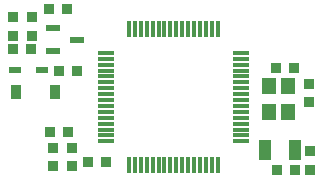
<source format=gtp>
G04*
G04 #@! TF.GenerationSoftware,Altium Limited,Altium Designer,20.0.2 (26)*
G04*
G04 Layer_Color=8421504*
%FSLAX25Y25*%
%MOIN*%
G70*
G01*
G75*
%ADD10R,0.03347X0.03347*%
%ADD11R,0.03347X0.03347*%
%ADD12R,0.05118X0.02362*%
%ADD13R,0.04272X0.02165*%
%ADD14R,0.03583X0.04803*%
%ADD15R,0.03937X0.07087*%
%ADD16R,0.04724X0.05512*%
%ADD17R,0.05807X0.01181*%
%ADD18R,0.01181X0.05807*%
D10*
X16943Y19547D02*
D03*
Y13445D02*
D03*
X23492Y19547D02*
D03*
Y13445D02*
D03*
X102300Y40801D02*
D03*
Y34699D02*
D03*
X102750Y12250D02*
D03*
Y18352D02*
D03*
X3675Y63052D02*
D03*
Y56949D02*
D03*
X10075D02*
D03*
Y63052D02*
D03*
D11*
X15961Y24949D02*
D03*
X22063D02*
D03*
X28724Y14925D02*
D03*
X34827D02*
D03*
X97602Y46100D02*
D03*
X91500D02*
D03*
X97917Y12250D02*
D03*
X91814D02*
D03*
X15799Y65900D02*
D03*
X21901D02*
D03*
X9901Y52400D02*
D03*
X3799D02*
D03*
X25151Y45200D02*
D03*
X19049D02*
D03*
D12*
X17000Y59380D02*
D03*
Y51900D02*
D03*
X25268Y55640D02*
D03*
D13*
X13338Y45343D02*
D03*
X4362D02*
D03*
D14*
X4863Y38000D02*
D03*
X17737D02*
D03*
D15*
X87779Y18900D02*
D03*
X97621D02*
D03*
D16*
X95550Y31519D02*
D03*
Y40181D02*
D03*
X89250D02*
D03*
Y31519D02*
D03*
D17*
X79791Y21686D02*
D03*
Y23655D02*
D03*
Y25623D02*
D03*
Y27592D02*
D03*
Y29560D02*
D03*
Y31529D02*
D03*
Y33497D02*
D03*
Y35466D02*
D03*
Y37434D02*
D03*
Y39403D02*
D03*
Y41371D02*
D03*
Y43340D02*
D03*
Y45308D02*
D03*
Y47277D02*
D03*
Y49245D02*
D03*
Y51214D02*
D03*
X34609D02*
D03*
Y49245D02*
D03*
Y47277D02*
D03*
Y45308D02*
D03*
Y43340D02*
D03*
Y41371D02*
D03*
Y39403D02*
D03*
Y37434D02*
D03*
Y35466D02*
D03*
Y33497D02*
D03*
Y31529D02*
D03*
Y29560D02*
D03*
Y27592D02*
D03*
Y25623D02*
D03*
Y23655D02*
D03*
Y21686D02*
D03*
D18*
X71964Y59041D02*
D03*
X69995D02*
D03*
X68027D02*
D03*
X66058D02*
D03*
X64090D02*
D03*
X62121D02*
D03*
X60153D02*
D03*
X58184D02*
D03*
X56216D02*
D03*
X54247D02*
D03*
X52279D02*
D03*
X50310D02*
D03*
X48342D02*
D03*
X46373D02*
D03*
X44405D02*
D03*
X42436D02*
D03*
Y13859D02*
D03*
X44405D02*
D03*
X46373D02*
D03*
X48342D02*
D03*
X50310D02*
D03*
X52279D02*
D03*
X54247D02*
D03*
X56216D02*
D03*
X58184D02*
D03*
X60153D02*
D03*
X62121D02*
D03*
X64090D02*
D03*
X66058D02*
D03*
X68027D02*
D03*
X69995D02*
D03*
X71964D02*
D03*
M02*

</source>
